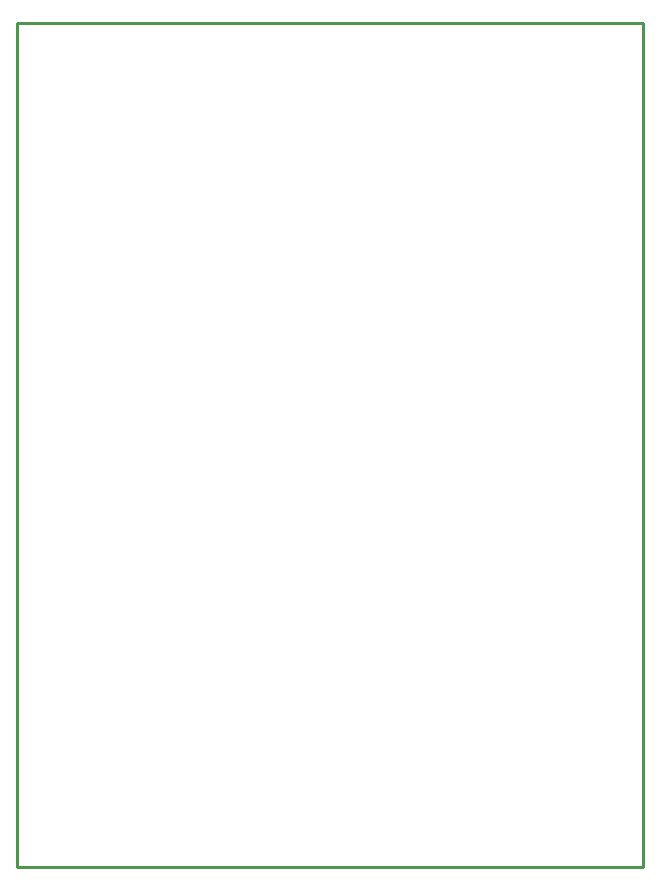
<source format=gbr>
G04*
G04 #@! TF.GenerationSoftware,Altium Limited,Altium Designer,22.4.2 (48)*
G04*
G04 Layer_Color=16711935*
%FSLAX25Y25*%
%MOIN*%
G70*
G04*
G04 #@! TF.SameCoordinates,3F43F253-9996-4CA0-957E-582612897B16*
G04*
G04*
G04 #@! TF.FilePolarity,Positive*
G04*
G01*
G75*
%ADD11C,0.01000*%
D11*
X99000Y219000D02*
X307500D01*
X99000Y500500D02*
X307500D01*
Y219000D02*
Y500500D01*
X99000Y219000D02*
Y500500D01*
M02*

</source>
